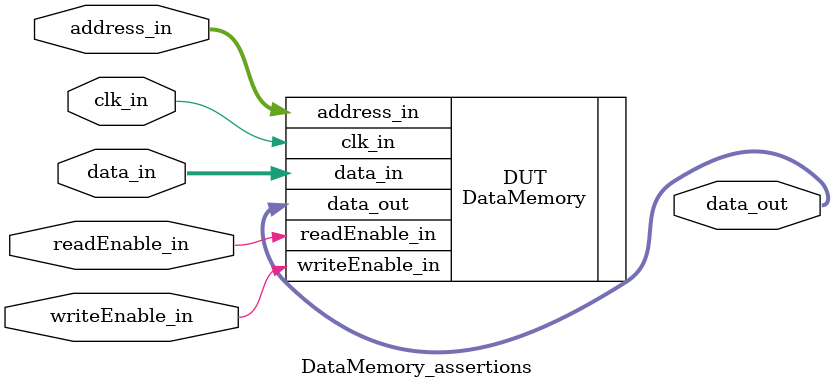
<source format=sv>
module DataMemory_assertions #(
	parameter ADDR_WIDTH = 64, //how many bits wide are memory addresses?
   parameter DATA_WIDTH = 64, //how many bits wide is the data bus?
   
   parameter WORD_BYTES_2POW = 3, //how many bytes are in a word? (2^x)
   parameter WORD_BYTES = 1 << WORD_BYTES_2POW, //number of bytes in a word (converted from WORD_BYTES_2POW)
   
   /* verilator lint_off UNUSEDPARAM */ // might be used later
   parameter WORD_WIDTH = WORD_BYTES * 8, //number of bits in a word = no of bytes * 8 bits in a byt
   
   parameter DEPTH_2POW = 12, //how many words are stored in the memory block? (2^x)
   parameter DEPTH = 1 << DEPTH_2POW //number of words stored (converted from DEPTH_2POW)
)
( 
   input logic [ADDR_WIDTH-1:0] address_in, //memory address input
   input logic [DATA_WIDTH-1:0] data_in, //data (to write) input
   input logic writeEnable_in, //enable write
   input logic readEnable_in, //enable read
   input logic clk_in, //clock signal
   output logic [DATA_WIDTH-1:0] data_out //data output (read)
);

	// instantiating DUT
	DataMemory #( 
		.ADDR_WIDTH(ADDR_WIDTH), 
		.DATA_WIDTH(DATA_WIDTH), 
		.WORD_BYTES_2POW(WORD_BYTES_2POW), 
		.WORD_BYTES(WORD_BYTES), 
		.WORD_WIDTH(WORD_WIDTH), 
		.DEPTH_2POW(DEPTH_2POW), 
		.DEPTH(DEPTH)
	) DUT (
		.address_in(address_in), 
		.data_in(data_in), 
		.writeEnable_in(writeEnable_in), 
		.readEnable_in(readEnable_in), 
		.clk_in(clk_in), 
		.data_out(data_out)
	);

	logic [ADDR_WIDTH-1:0] address_in_delay; // delayed memory address input
	logic [DATA_WIDTH-1:0] data_in_delay; // delayed write data input
	logic [DATA_WIDTH-1:0] data_out_delay; // delayed read data output
	
	logic was_written; // whether data was written on the previous cycle
	
	// initializing delays to 0
	initial begin
	
		address_in_delay = {ADDR_WIDTH{1'b0}};
		data_in_delay = {DATA_WIDTH{1'b0}};
		data_out_delay = {DATA_WIDTH{1'b0}};
		was_written = 1'b0;
	
	end
	
	// assumptions
	always_ff @(posedge clk_in) begin
	
		assume(address_in < (DEPTH * 8)); // constrain size of address to maximum allowed by depth
		assume(writeEnable_in == 1'b0 || writeEnable_in == 1'b1); // ensure writeEnable_in is either 0 or 1
		assume(readEnable_in == 1'b1); // assume read is always on
		
	end
	
	// saving delayed values
	always_ff @(posedge clk_in) begin
		
		address_in_delay <= address_in;
		data_in_delay <= data_in;
		
		data_out_delay <= data_out;
		
		if (writeEnable_in) begin
			data_out_delay <= data_out;
			was_written <= 1'b1;
		end else begin
			was_written <= 1'b0;
		end
		
	end
	
	// read after write integrity check
	always_ff @(posedge clk_in) begin
		if (was_written && (address_in_delay == address_in)) begin
			assert (data_out == data_in_delay);
		end
	end
	
	// writeEnable_in low will not write
	always_ff @(posedge clk_in) begin
		if (!was_written && (address_in_delay == address_in)) begin
			assert (data_out_delay == data_out);
		end
	end
	
	// write through behaviour PLACEHOLDER
	always_ff @(posedge clk_in) begin
		if (writeEnable_in && (address_in == read_address_in)) begin
			assert (data_out == data_in);
		end
	end

	
endmodule

</source>
